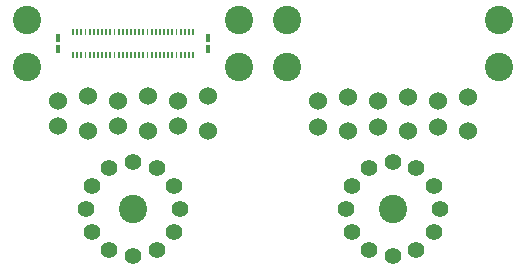
<source format=gbr>
G04 start of page 7 for group 5 idx 5 *
G04 Title: (unknown), bottom *
G04 Creator: pcb 4.2.0 *
G04 CreationDate: Tue Jul 14 02:58:48 2020 UTC *
G04 For: commonadmin *
G04 Format: Gerber/RS-274X *
G04 PCB-Dimensions (mil): 24000.00 18000.00 *
G04 PCB-Coordinate-Origin: lower left *
%MOIN*%
%FSLAX25Y25*%
%LNBOTTOM*%
%ADD48C,0.0787*%
%ADD47C,0.0380*%
%ADD46C,0.0394*%
%ADD45C,0.0001*%
%ADD44C,0.0945*%
%ADD43C,0.0600*%
%ADD42C,0.0551*%
G54D42*X618110Y233858D03*
G54D43*X615236Y246272D03*
G54D42*X624016Y227953D03*
G54D43*X635236Y257772D03*
Y246272D03*
X625236Y247772D03*
Y256272D03*
X615236Y257772D03*
X605236Y256272D03*
Y247772D03*
G54D44*X645669Y267520D03*
G54D42*X610236Y236024D03*
X594488Y220276D03*
X602362Y233858D03*
X596457Y227953D03*
G54D44*X610236Y220276D03*
G54D42*Y204528D03*
X625984Y220276D03*
X618110Y206693D03*
X624016Y212598D03*
X602362Y206693D03*
X596457Y212598D03*
G54D43*X595236Y246272D03*
G54D44*X645669Y283268D03*
X574803D03*
X559055D03*
X488189D03*
G54D43*X595236Y257772D03*
X585236Y256272D03*
Y247772D03*
G54D44*X574803Y267520D03*
X559055D03*
G54D43*X548599Y257788D03*
X528599D03*
X518599Y256288D03*
X508599Y257788D03*
X498599Y256288D03*
G54D44*X488189Y267520D03*
G54D43*X548599Y246288D03*
X528599D03*
X518599Y247788D03*
X508599Y246288D03*
X498599Y247788D03*
X538599D03*
Y256288D03*
G54D44*X523622Y220276D03*
G54D42*X507874D03*
X509843Y227953D03*
Y212598D03*
X523622Y204528D03*
Y236024D03*
X515748Y233858D03*
Y206693D03*
X539370Y220276D03*
X531496Y206693D03*
Y233858D03*
X537402Y212598D03*
Y227953D03*
G54D45*G36*
X503976Y272559D02*X503346D01*
Y270748D01*
X503976D01*
Y272559D01*
G37*
G36*
X505354D02*X504724D01*
Y270748D01*
X505354D01*
Y272559D01*
G37*
G36*
X506732D02*X506102D01*
Y270748D01*
X506732D01*
Y272559D01*
G37*
G36*
X508110D02*X507480D01*
Y270748D01*
X508110D01*
Y272559D01*
G37*
G36*
X509488D02*X508858D01*
Y270748D01*
X509488D01*
Y272559D01*
G37*
G36*
X499252Y274921D02*X497835D01*
Y272126D01*
X499252D01*
Y274921D01*
G37*
G36*
Y278661D02*X497835D01*
Y275866D01*
X499252D01*
Y278661D01*
G37*
G36*
X510866Y272559D02*X510236D01*
Y270748D01*
X510866D01*
Y272559D01*
G37*
G36*
X512244D02*X511614D01*
Y270748D01*
X512244D01*
Y272559D01*
G37*
G36*
X513622D02*X512992D01*
Y270748D01*
X513622D01*
Y272559D01*
G37*
G36*
X515000D02*X514370D01*
Y270748D01*
X515000D01*
Y272559D01*
G37*
G36*
X516378D02*X515748D01*
Y270748D01*
X516378D01*
Y272559D01*
G37*
G36*
X517756D02*X517126D01*
Y270748D01*
X517756D01*
Y272559D01*
G37*
G36*
X519134D02*X518504D01*
Y270748D01*
X519134D01*
Y272559D01*
G37*
G36*
X520512D02*X519882D01*
Y270748D01*
X520512D01*
Y272559D01*
G37*
G36*
X521890D02*X521260D01*
Y270748D01*
X521890D01*
Y272559D01*
G37*
G36*
X523268D02*X522638D01*
Y270748D01*
X523268D01*
Y272559D01*
G37*
G36*
X524646D02*X524016D01*
Y270748D01*
X524646D01*
Y272559D01*
G37*
G36*
X526024D02*X525394D01*
Y270748D01*
X526024D01*
Y272559D01*
G37*
G36*
X527402D02*X526772D01*
Y270748D01*
X527402D01*
Y272559D01*
G37*
G36*
X528780D02*X528150D01*
Y270748D01*
X528780D01*
Y272559D01*
G37*
G36*
X530157D02*X529528D01*
Y270748D01*
X530157D01*
Y272559D01*
G37*
G36*
X531535D02*X530906D01*
Y270748D01*
X531535D01*
Y272559D01*
G37*
G36*
X532913D02*X532283D01*
Y270748D01*
X532913D01*
Y272559D01*
G37*
G36*
X534291D02*X533661D01*
Y270748D01*
X534291D01*
Y272559D01*
G37*
G36*
X535669D02*X535039D01*
Y270748D01*
X535669D01*
Y272559D01*
G37*
G36*
X537047D02*X536417D01*
Y270748D01*
X537047D01*
Y272559D01*
G37*
G36*
X538425D02*X537795D01*
Y270748D01*
X538425D01*
Y272559D01*
G37*
G36*
X539803D02*X539173D01*
Y270748D01*
X539803D01*
Y272559D01*
G37*
G36*
X541181D02*X540551D01*
Y270748D01*
X541181D01*
Y272559D01*
G37*
G36*
X542559D02*X541929D01*
Y270748D01*
X542559D01*
Y272559D01*
G37*
G36*
X543937D02*X543307D01*
Y270748D01*
X543937D01*
Y272559D01*
G37*
G36*
X549449Y274921D02*X548031D01*
Y272126D01*
X549449D01*
Y274921D01*
G37*
G36*
X503976Y280236D02*X503346D01*
Y278425D01*
X503976D01*
Y280236D01*
G37*
G36*
X505354D02*X504724D01*
Y278425D01*
X505354D01*
Y280236D01*
G37*
G36*
X506732D02*X506102D01*
Y278425D01*
X506732D01*
Y280236D01*
G37*
G36*
X508110D02*X507480D01*
Y278425D01*
X508110D01*
Y280236D01*
G37*
G36*
X509488D02*X508858D01*
Y278425D01*
X509488D01*
Y280236D01*
G37*
G36*
X510866D02*X510236D01*
Y278425D01*
X510866D01*
Y280236D01*
G37*
G36*
X512244D02*X511614D01*
Y278425D01*
X512244D01*
Y280236D01*
G37*
G36*
X513622D02*X512992D01*
Y278425D01*
X513622D01*
Y280236D01*
G37*
G36*
X515000D02*X514370D01*
Y278425D01*
X515000D01*
Y280236D01*
G37*
G36*
X516378D02*X515748D01*
Y278425D01*
X516378D01*
Y280236D01*
G37*
G36*
X517756D02*X517126D01*
Y278425D01*
X517756D01*
Y280236D01*
G37*
G36*
X519134D02*X518504D01*
Y278425D01*
X519134D01*
Y280236D01*
G37*
G36*
X520512D02*X519882D01*
Y278425D01*
X520512D01*
Y280236D01*
G37*
G36*
X521890D02*X521260D01*
Y278425D01*
X521890D01*
Y280236D01*
G37*
G36*
X523268D02*X522638D01*
Y278425D01*
X523268D01*
Y280236D01*
G37*
G36*
X524646D02*X524016D01*
Y278425D01*
X524646D01*
Y280236D01*
G37*
G36*
X526024D02*X525394D01*
Y278425D01*
X526024D01*
Y280236D01*
G37*
G36*
X527402D02*X526772D01*
Y278425D01*
X527402D01*
Y280236D01*
G37*
G36*
X528780D02*X528150D01*
Y278425D01*
X528780D01*
Y280236D01*
G37*
G36*
X530157D02*X529528D01*
Y278425D01*
X530157D01*
Y280236D01*
G37*
G36*
X531535D02*X530906D01*
Y278425D01*
X531535D01*
Y280236D01*
G37*
G36*
X532913D02*X532283D01*
Y278425D01*
X532913D01*
Y280236D01*
G37*
G36*
X534291D02*X533661D01*
Y278425D01*
X534291D01*
Y280236D01*
G37*
G36*
X535669D02*X535039D01*
Y278425D01*
X535669D01*
Y280236D01*
G37*
G36*
X537047D02*X536417D01*
Y278425D01*
X537047D01*
Y280236D01*
G37*
G36*
X538425D02*X537795D01*
Y278425D01*
X538425D01*
Y280236D01*
G37*
G36*
X539803D02*X539173D01*
Y278425D01*
X539803D01*
Y280236D01*
G37*
G36*
X541181D02*X540551D01*
Y278425D01*
X541181D01*
Y280236D01*
G37*
G36*
X542559D02*X541929D01*
Y278425D01*
X542559D01*
Y280236D01*
G37*
G36*
X543937D02*X543307D01*
Y278425D01*
X543937D01*
Y280236D01*
G37*
G36*
X549449Y278661D02*X548031D01*
Y275866D01*
X549449D01*
Y278661D01*
G37*
G54D46*G54D47*G54D46*G54D47*G54D48*G54D46*G54D48*G54D46*G54D47*G54D48*G54D47*G54D48*G54D47*G54D48*G54D47*G54D48*G54D46*M02*

</source>
